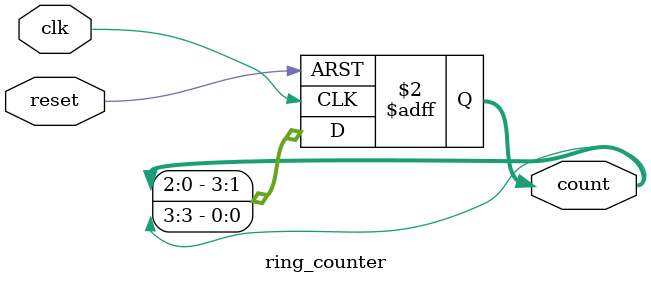
<source format=v>
module ring_counter (
  input clk,
  input reset,
  output reg [3:0] count
);

  always @(posedge clk or posedge reset) begin
    if (reset) begin
      count <= 4'b0001; // Initialize to 1 for ring counter behavior
    end else begin
      count <= {count[2:0], count[3]}; // Shift the bits for ring counter
    end
  end
endmodule

</source>
